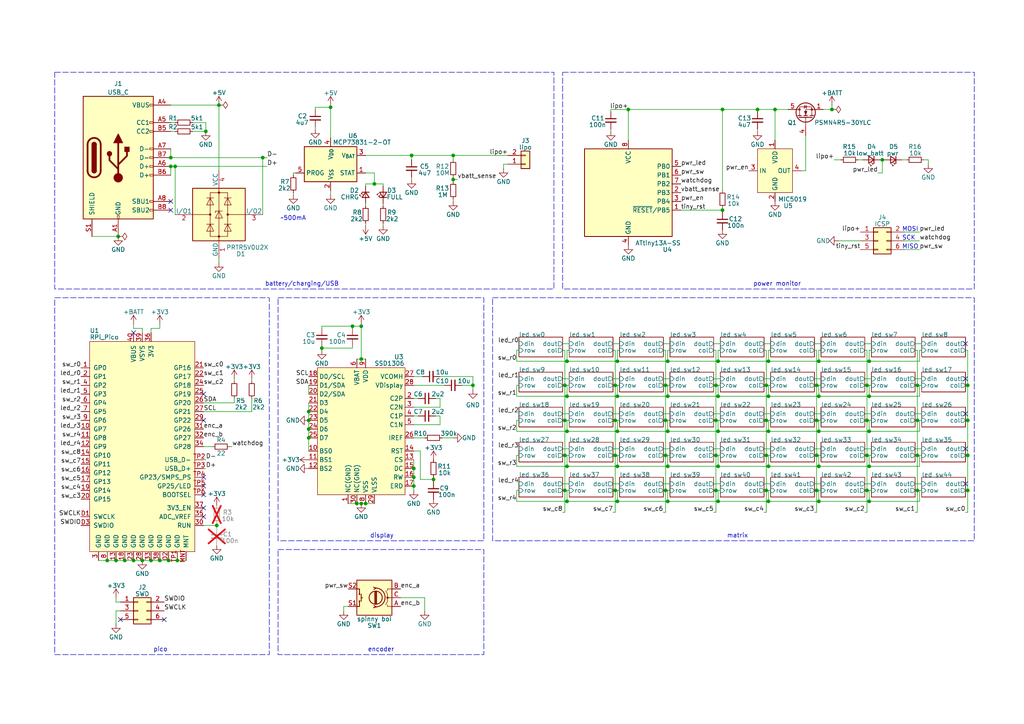
<source format=kicad_sch>
(kicad_sch (version 20230121) (generator eeschema)
  (paper "A4")
  (junction (at 222.25 142.24))
  (junction (at 120.015 140.97))
  (junction (at 251.46 111.76))
  (junction (at 51.435 162.56))
  (junction (at 163.83 111.76))
  (junction (at 236.855 132.08))
  (junction (at 237.49 135.255))
  (junction (at 108.585 53.34))
  (junction (at 34.29 68.58))
  (junction (at 222.25 132.08))
  (junction (at 224.79 31.75))
  (junction (at 251.46 121.92))
  (junction (at 48.895 162.56))
  (junction (at 178.435 142.24))
  (junction (at 164.465 114.935))
  (junction (at 76.2 45.72))
  (junction (at 222.885 145.415))
  (junction (at 207.645 132.08))
  (junction (at 208.28 104.775))
  (junction (at 237.49 104.775))
  (junction (at 178.435 132.08))
  (junction (at 222.25 111.76))
  (junction (at 182.245 31.75))
  (junction (at 89.535 124.46))
  (junction (at 104.775 94.615))
  (junction (at 137.16 111.76))
  (junction (at 208.28 125.095))
  (junction (at 241.3 31.75))
  (junction (at 280.67 132.08))
  (junction (at 266.065 132.08))
  (junction (at 33.655 162.56))
  (junction (at 93.345 100.965))
  (junction (at 63.5 30.48))
  (junction (at 193.675 104.775))
  (junction (at 106.045 146.05))
  (junction (at 43.815 162.56))
  (junction (at 36.195 162.56))
  (junction (at 104.775 104.14))
  (junction (at 193.04 121.92))
  (junction (at 252.095 135.255))
  (junction (at 46.355 162.56))
  (junction (at 164.465 135.255))
  (junction (at 236.855 142.24))
  (junction (at 252.095 125.095))
  (junction (at 179.07 125.095))
  (junction (at 89.535 119.38))
  (junction (at 164.465 125.095))
  (junction (at 41.275 162.56))
  (junction (at 163.83 132.08))
  (junction (at 103.505 146.05))
  (junction (at 237.49 145.415))
  (junction (at 222.25 121.92))
  (junction (at 89.535 121.92))
  (junction (at 222.885 125.095))
  (junction (at 179.07 114.935))
  (junction (at 208.28 145.415))
  (junction (at 179.07 145.415))
  (junction (at 120.015 135.89))
  (junction (at 193.04 142.24))
  (junction (at 252.095 114.935))
  (junction (at 164.465 104.775))
  (junction (at 222.885 135.255))
  (junction (at 266.065 142.24))
  (junction (at 251.46 132.08))
  (junction (at 208.28 114.935))
  (junction (at 89.535 127))
  (junction (at 59.69 38.1))
  (junction (at 193.675 114.935))
  (junction (at 209.55 31.75))
  (junction (at 120.015 138.43))
  (junction (at 49.53 45.72))
  (junction (at 119.38 45.085))
  (junction (at 102.235 94.615))
  (junction (at 208.28 135.255))
  (junction (at 193.675 145.415))
  (junction (at 179.07 104.775))
  (junction (at 38.735 162.56))
  (junction (at 207.645 121.92))
  (junction (at 164.465 145.415))
  (junction (at 266.065 121.92))
  (junction (at 125.73 139.065))
  (junction (at 50.8 48.26))
  (junction (at 280.67 121.92))
  (junction (at 236.855 121.92))
  (junction (at 179.07 135.255))
  (junction (at 209.55 60.96))
  (junction (at 222.885 104.775))
  (junction (at 62.865 152.4))
  (junction (at 131.445 45.085))
  (junction (at 252.095 145.415))
  (junction (at 104.775 146.05))
  (junction (at 193.04 132.08))
  (junction (at 251.46 142.24))
  (junction (at 193.675 125.095))
  (junction (at 280.67 142.24))
  (junction (at 222.885 114.935))
  (junction (at 236.855 111.76))
  (junction (at 255.905 46.355))
  (junction (at 207.645 142.24))
  (junction (at 163.83 121.92))
  (junction (at 95.885 31.115))
  (junction (at 31.115 162.56))
  (junction (at 252.095 104.775))
  (junction (at 178.435 111.76))
  (junction (at 237.49 114.935))
  (junction (at 178.435 121.92))
  (junction (at 193.675 135.255))
  (junction (at 266.065 111.76))
  (junction (at 49.53 48.26))
  (junction (at 219.71 31.75))
  (junction (at 131.445 52.07))
  (junction (at 163.83 142.24))
  (junction (at 280.67 111.76))
  (junction (at 237.49 125.095))
  (junction (at 193.04 111.76))
  (junction (at 207.645 111.76))
  (no_connect (at 38.735 96.52))
  (no_connect (at 59.055 138.43))
  (no_connect (at 280.035 130.175))
  (no_connect (at 49.53 60.96))
  (no_connect (at 59.055 147.32))
  (no_connect (at 34.925 179.705))
  (no_connect (at 59.055 140.97))
  (no_connect (at 280.035 140.335))
  (no_connect (at 280.035 99.695))
  (no_connect (at 47.625 179.705))
  (no_connect (at 280.035 109.855))
  (no_connect (at 280.035 120.015))
  (no_connect (at 59.055 143.51))
  (no_connect (at 59.055 114.3))
  (no_connect (at 49.53 58.42))
  (no_connect (at 59.055 149.86))
  (no_connect (at 59.055 121.92))
  (wire (pts (xy 121.92 130.81) (xy 121.92 139.065)))
  (wire (pts (xy 51.435 162.56) (xy 53.975 162.56)))
  (wire (pts (xy 177.8 109.855) (xy 179.705 109.855)))
  (wire (pts (xy 164.465 125.095) (xy 164.465 121.92)))
  (wire (pts (xy 63.5 74.93) (xy 63.5 76.2)))
  (wire (pts (xy 149.86 145.415) (xy 164.465 145.415)))
  (wire (pts (xy 120.015 127) (xy 123.19 127)))
  (wire (pts (xy 265.43 111.76) (xy 266.065 111.76)))
  (wire (pts (xy 222.885 125.095) (xy 237.49 125.095)))
  (wire (pts (xy 250.825 109.855) (xy 252.73 109.855)))
  (wire (pts (xy 177.8 111.76) (xy 178.435 111.76)))
  (wire (pts (xy 163.83 111.76) (xy 163.195 111.76)))
  (wire (pts (xy 123.19 173.355) (xy 116.205 173.355)))
  (wire (pts (xy 120.015 140.97) (xy 120.015 138.43)))
  (wire (pts (xy 99.695 177.165) (xy 99.695 175.895)))
  (wire (pts (xy 146.05 47.625) (xy 146.05 48.895)))
  (wire (pts (xy 280.035 111.76) (xy 280.67 111.76)))
  (wire (pts (xy 163.195 120.015) (xy 165.1 120.015)))
  (wire (pts (xy 106.045 146.05) (xy 108.585 146.05)))
  (wire (pts (xy 280.67 148.59) (xy 280.67 142.24)))
  (wire (pts (xy 252.73 111.76) (xy 252.095 111.76)))
  (wire (pts (xy 147.32 47.625) (xy 146.05 47.625)))
  (wire (pts (xy 89.535 111.76) (xy 89.535 114.3)))
  (wire (pts (xy 280.035 121.92) (xy 280.67 121.92)))
  (wire (pts (xy 127.635 109.22) (xy 137.16 109.22)))
  (wire (pts (xy 164.465 111.76) (xy 165.1 111.76)))
  (wire (pts (xy 59.69 135.89) (xy 59.055 135.89)))
  (wire (pts (xy 222.25 121.92) (xy 222.25 132.08)))
  (wire (pts (xy 208.28 121.92) (xy 208.28 125.095)))
  (wire (pts (xy 208.915 142.24) (xy 208.28 142.24)))
  (wire (pts (xy 194.31 142.24) (xy 193.675 142.24)))
  (wire (pts (xy 178.435 101.6) (xy 178.435 111.76)))
  (wire (pts (xy 163.195 142.24) (xy 163.83 142.24)))
  (wire (pts (xy 91.44 31.75) (xy 91.44 31.115)))
  (wire (pts (xy 209.55 31.75) (xy 209.55 55.245)))
  (wire (pts (xy 237.49 101.6) (xy 237.49 104.775)))
  (wire (pts (xy 208.28 142.24) (xy 208.28 145.415)))
  (wire (pts (xy 91.44 31.115) (xy 95.885 31.115)))
  (wire (pts (xy 207.01 140.335) (xy 208.915 140.335)))
  (wire (pts (xy 193.675 142.24) (xy 193.675 145.415)))
  (wire (pts (xy 221.615 130.175) (xy 223.52 130.175)))
  (wire (pts (xy 149.86 104.775) (xy 164.465 104.775)))
  (wire (pts (xy 236.22 121.92) (xy 236.855 121.92)))
  (wire (pts (xy 236.22 109.855) (xy 238.125 109.855)))
  (wire (pts (xy 119.38 51.435) (xy 119.38 52.07)))
  (wire (pts (xy 106.045 64.77) (xy 106.045 65.405)))
  (wire (pts (xy 33.655 177.165) (xy 34.925 177.165)))
  (wire (pts (xy 131.445 52.07) (xy 131.445 52.705)))
  (wire (pts (xy 62.865 152.4) (xy 62.865 153.035)))
  (wire (pts (xy 236.22 99.695) (xy 238.125 99.695)))
  (wire (pts (xy 280.035 148.59) (xy 280.67 148.59)))
  (wire (pts (xy 207.645 132.08) (xy 207.645 142.24)))
  (wire (pts (xy 252.095 104.775) (xy 266.7 104.775)))
  (wire (pts (xy 207.01 148.59) (xy 207.645 148.59)))
  (wire (pts (xy 120.015 138.43) (xy 120.015 135.89)))
  (wire (pts (xy 192.405 121.92) (xy 193.04 121.92)))
  (wire (pts (xy 179.705 101.6) (xy 179.07 101.6)))
  (wire (pts (xy 255.905 46.355) (xy 256.54 46.355)))
  (wire (pts (xy 266.7 132.08) (xy 267.335 132.08)))
  (wire (pts (xy 33.655 162.56) (xy 36.195 162.56)))
  (wire (pts (xy 163.83 101.6) (xy 163.195 101.6)))
  (wire (pts (xy 207.645 148.59) (xy 207.645 142.24)))
  (wire (pts (xy 133.985 111.76) (xy 137.16 111.76)))
  (wire (pts (xy 193.04 142.24) (xy 192.405 142.24)))
  (wire (pts (xy 192.405 130.175) (xy 194.31 130.175)))
  (wire (pts (xy 236.22 111.76) (xy 236.855 111.76)))
  (wire (pts (xy 149.86 101.6) (xy 149.86 104.775)))
  (wire (pts (xy 76.2 45.72) (xy 77.47 45.72)))
  (wire (pts (xy 233.68 49.53) (xy 232.41 49.53)))
  (wire (pts (xy 251.46 142.24) (xy 250.825 142.24)))
  (wire (pts (xy 266.7 111.76) (xy 267.335 111.76)))
  (wire (pts (xy 137.16 111.76) (xy 137.16 113.03)))
  (wire (pts (xy 280.67 121.92) (xy 280.67 132.08)))
  (wire (pts (xy 207.645 111.76) (xy 207.645 121.92)))
  (wire (pts (xy 149.86 114.935) (xy 164.465 114.935)))
  (wire (pts (xy 208.28 125.095) (xy 222.885 125.095)))
  (wire (pts (xy 49.53 45.72) (xy 76.2 45.72)))
  (wire (pts (xy 119.38 45.085) (xy 131.445 45.085)))
  (wire (pts (xy 224.79 31.75) (xy 228.6 31.75)))
  (wire (pts (xy 265.43 148.59) (xy 266.065 148.59)))
  (wire (pts (xy 250.825 140.335) (xy 252.73 140.335)))
  (wire (pts (xy 179.07 132.08) (xy 179.07 135.255)))
  (wire (pts (xy 254.635 50.165) (xy 255.905 50.165)))
  (wire (pts (xy 208.915 101.6) (xy 208.28 101.6)))
  (wire (pts (xy 41.275 162.56) (xy 43.815 162.56)))
  (wire (pts (xy 131.445 45.085) (xy 131.445 46.355)))
  (wire (pts (xy 62.865 151.765) (xy 62.865 152.4)))
  (wire (pts (xy 250.825 111.76) (xy 251.46 111.76)))
  (wire (pts (xy 163.83 142.24) (xy 163.83 132.08)))
  (wire (pts (xy 33.655 174.625) (xy 34.925 174.625)))
  (wire (pts (xy 150.495 101.6) (xy 149.86 101.6)))
  (wire (pts (xy 236.22 120.015) (xy 238.125 120.015)))
  (wire (pts (xy 236.855 111.76) (xy 236.855 121.92)))
  (wire (pts (xy 149.86 121.92) (xy 149.86 125.095)))
  (wire (pts (xy 106.045 45.085) (xy 119.38 45.085)))
  (wire (pts (xy 48.895 162.56) (xy 51.435 162.56)))
  (wire (pts (xy 255.27 46.355) (xy 255.905 46.355)))
  (wire (pts (xy 236.855 101.6) (xy 236.855 111.76)))
  (wire (pts (xy 237.49 104.775) (xy 252.095 104.775)))
  (wire (pts (xy 193.675 125.095) (xy 208.28 125.095)))
  (wire (pts (xy 241.3 31.75) (xy 241.3 30.48)))
  (wire (pts (xy 89.535 124.46) (xy 89.535 127)))
  (wire (pts (xy 208.915 111.76) (xy 208.28 111.76)))
  (wire (pts (xy 177.165 37.465) (xy 177.165 38.1)))
  (wire (pts (xy 131.445 57.785) (xy 131.445 58.42)))
  (wire (pts (xy 238.76 31.75) (xy 241.3 31.75)))
  (wire (pts (xy 237.49 132.08) (xy 237.49 135.255)))
  (wire (pts (xy 236.855 132.08) (xy 236.855 142.24)))
  (wire (pts (xy 164.465 142.24) (xy 165.1 142.24)))
  (wire (pts (xy 164.465 114.935) (xy 179.07 114.935)))
  (wire (pts (xy 179.07 142.24) (xy 179.07 145.415)))
  (wire (pts (xy 222.885 142.24) (xy 222.885 145.415)))
  (wire (pts (xy 179.07 121.92) (xy 179.07 125.095)))
  (wire (pts (xy 266.7 104.775) (xy 266.7 101.6)))
  (wire (pts (xy 223.52 132.08) (xy 222.885 132.08)))
  (wire (pts (xy 238.125 101.6) (xy 237.49 101.6)))
  (wire (pts (xy 223.52 101.6) (xy 222.885 101.6)))
  (wire (pts (xy 208.28 135.255) (xy 222.885 135.255)))
  (wire (pts (xy 208.28 114.935) (xy 222.885 114.935)))
  (wire (pts (xy 251.46 101.6) (xy 251.46 111.76)))
  (wire (pts (xy 192.405 140.335) (xy 194.31 140.335)))
  (wire (pts (xy 252.73 101.6) (xy 252.095 101.6)))
  (wire (pts (xy 194.31 132.08) (xy 193.675 132.08)))
  (wire (pts (xy 266.065 142.24) (xy 265.43 142.24)))
  (wire (pts (xy 179.705 111.76) (xy 179.07 111.76)))
  (wire (pts (xy 250.825 148.59) (xy 251.46 148.59)))
  (wire (pts (xy 149.86 111.76) (xy 149.86 114.935)))
  (wire (pts (xy 221.615 101.6) (xy 222.25 101.6)))
  (wire (pts (xy 163.83 132.08) (xy 163.195 132.08)))
  (wire (pts (xy 280.035 132.08) (xy 280.67 132.08)))
  (wire (pts (xy 177.8 101.6) (xy 178.435 101.6)))
  (wire (pts (xy 197.485 60.96) (xy 209.55 60.96)))
  (wire (pts (xy 67.945 109.855) (xy 67.945 110.49)))
  (wire (pts (xy 163.83 121.92) (xy 163.195 121.92)))
  (wire (pts (xy 179.705 121.92) (xy 179.07 121.92)))
  (wire (pts (xy 164.465 132.08) (xy 165.1 132.08)))
  (wire (pts (xy 222.885 104.775) (xy 237.49 104.775)))
  (wire (pts (xy 261.62 46.355) (xy 262.89 46.355)))
  (wire (pts (xy 93.345 100.965) (xy 102.235 100.965)))
  (wire (pts (xy 126.365 115.57) (xy 127.635 115.57)))
  (wire (pts (xy 164.465 135.255) (xy 179.07 135.255)))
  (wire (pts (xy 250.825 120.015) (xy 252.73 120.015)))
  (wire (pts (xy 177.165 32.385) (xy 177.165 31.75)))
  (wire (pts (xy 265.43 109.855) (xy 267.335 109.855)))
  (wire (pts (xy 193.675 114.935) (xy 208.28 114.935)))
  (wire (pts (xy 266.065 111.76) (xy 266.065 121.92)))
  (wire (pts (xy 193.675 121.92) (xy 193.675 125.095)))
  (wire (pts (xy 89.535 127) (xy 89.535 130.81)))
  (wire (pts (xy 221.615 121.92) (xy 222.25 121.92)))
  (wire (pts (xy 265.43 132.08) (xy 266.065 132.08)))
  (wire (pts (xy 193.04 111.76) (xy 193.04 121.92)))
  (wire (pts (xy 163.83 121.92) (xy 163.83 111.76)))
  (wire (pts (xy 177.8 148.59) (xy 178.435 148.59)))
  (wire (pts (xy 193.04 101.6) (xy 193.04 111.76)))
  (wire (pts (xy 106.045 53.34) (xy 108.585 53.34)))
  (wire (pts (xy 89.535 116.84) (xy 89.535 119.38)))
  (wire (pts (xy 93.345 100.33) (xy 93.345 100.965)))
  (wire (pts (xy 266.7 101.6) (xy 267.335 101.6)))
  (wire (pts (xy 222.25 101.6) (xy 222.25 111.76)))
  (wire (pts (xy 237.49 125.095) (xy 252.095 125.095)))
  (wire (pts (xy 280.035 142.24) (xy 280.67 142.24)))
  (wire (pts (xy 223.52 121.92) (xy 222.885 121.92)))
  (wire (pts (xy 59.055 116.84) (xy 67.945 116.84)))
  (wire (pts (xy 207.01 99.695) (xy 208.915 99.695)))
  (wire (pts (xy 265.43 120.015) (xy 267.335 120.015)))
  (wire (pts (xy 193.675 135.255) (xy 208.28 135.255)))
  (wire (pts (xy 177.8 120.015) (xy 179.705 120.015)))
  (wire (pts (xy 178.435 148.59) (xy 178.435 142.24)))
  (wire (pts (xy 163.83 148.59) (xy 163.83 142.24)))
  (wire (pts (xy 252.73 121.92) (xy 252.095 121.92)))
  (wire (pts (xy 208.915 121.92) (xy 208.28 121.92)))
  (wire (pts (xy 265.43 99.695) (xy 267.335 99.695)))
  (wire (pts (xy 43.815 95.25) (xy 43.815 96.52)))
  (wire (pts (xy 104.775 104.14) (xy 106.045 104.14)))
  (wire (pts (xy 46.355 95.25) (xy 43.815 95.25)))
  (wire (pts (xy 150.495 142.24) (xy 149.86 142.24)))
  (wire (pts (xy 63.5 30.48) (xy 63.5 49.53)))
  (wire (pts (xy 31.115 162.56) (xy 33.655 162.56)))
  (wire (pts (xy 102.235 94.615) (xy 104.775 94.615)))
  (wire (pts (xy 59.055 129.54) (xy 61.595 129.54)))
  (wire (pts (xy 266.065 121.92) (xy 266.065 132.08)))
  (wire (pts (xy 236.22 132.08) (xy 236.855 132.08)))
  (wire (pts (xy 209.55 60.96) (xy 209.55 61.595)))
  (wire (pts (xy 266.7 69.85) (xy 262.255 69.85)))
  (wire (pts (xy 222.885 111.76) (xy 222.885 114.935)))
  (wire (pts (xy 95.885 30.48) (xy 95.885 31.115)))
  (wire (pts (xy 207.01 121.92) (xy 207.645 121.92)))
  (wire (pts (xy 219.71 37.465) (xy 219.71 38.1)))
  (wire (pts (xy 237.49 114.935) (xy 252.095 114.935)))
  (wire (pts (xy 177.8 130.175) (xy 179.705 130.175)))
  (wire (pts (xy 164.465 114.935) (xy 164.465 111.76)))
  (wire (pts (xy 252.095 114.935) (xy 266.7 114.935)))
  (wire (pts (xy 207.01 130.175) (xy 208.915 130.175)))
  (wire (pts (xy 125.73 139.065) (xy 125.73 139.7)))
  (wire (pts (xy 106.045 53.975) (xy 106.045 53.34)))
  (wire (pts (xy 250.825 101.6) (xy 251.46 101.6)))
  (wire (pts (xy 265.43 130.175) (xy 267.335 130.175)))
  (wire (pts (xy 236.22 148.59) (xy 236.855 148.59)))
  (wire (pts (xy 193.675 104.775) (xy 208.28 104.775)))
  (wire (pts (xy 224.79 31.75) (xy 224.79 40.64)))
  (wire (pts (xy 163.195 109.855) (xy 165.1 109.855)))
  (wire (pts (xy 236.22 101.6) (xy 236.855 101.6)))
  (wire (pts (xy 222.885 114.935) (xy 237.49 114.935)))
  (wire (pts (xy 104.775 93.98) (xy 104.775 94.615)))
  (wire (pts (xy 93.345 100.965) (xy 93.345 101.6)))
  (wire (pts (xy 164.465 104.775) (xy 179.07 104.775)))
  (wire (pts (xy 221.615 111.76) (xy 222.25 111.76)))
  (wire (pts (xy 237.49 145.415) (xy 252.095 145.415)))
  (wire (pts (xy 252.73 132.08) (xy 252.095 132.08)))
  (wire (pts (xy 179.07 111.76) (xy 179.07 114.935)))
  (wire (pts (xy 120.015 135.89) (xy 120.015 133.35)))
  (wire (pts (xy 128.27 127) (xy 131.445 127)))
  (wire (pts (xy 163.83 111.76) (xy 163.83 101.6)))
  (wire (pts (xy 237.49 121.92) (xy 237.49 125.095)))
  (wire (pts (xy 193.675 111.76) (xy 193.675 114.935)))
  (wire (pts (xy 222.25 111.76) (xy 222.25 121.92)))
  (wire (pts (xy 49.53 48.26) (xy 50.8 48.26)))
  (wire (pts (xy 194.31 111.76) (xy 193.675 111.76)))
  (wire (pts (xy 120.015 123.19) (xy 127.635 123.19)))
  (wire (pts (xy 207.645 142.24) (xy 207.01 142.24)))
  (wire (pts (xy 266.065 132.08) (xy 266.065 142.24)))
  (wire (pts (xy 265.43 101.6) (xy 266.065 101.6)))
  (wire (pts (xy 163.195 148.59) (xy 163.83 148.59)))
  (wire (pts (xy 179.07 114.935) (xy 193.675 114.935)))
  (wire (pts (xy 233.68 39.37) (xy 233.68 49.53)))
  (wire (pts (xy 49.53 38.1) (xy 50.8 38.1)))
  (wire (pts (xy 192.405 120.015) (xy 194.31 120.015)))
  (wire (pts (xy 178.435 132.08) (xy 178.435 142.24)))
  (wire (pts (xy 59.69 133.35) (xy 59.055 133.35)))
  (wire (pts (xy 131.445 45.085) (xy 147.32 45.085)))
  (wire (pts (xy 102.235 94.615) (xy 102.235 95.25)))
  (wire (pts (xy 222.25 148.59) (xy 222.25 142.24)))
  (wire (pts (xy 43.815 162.56) (xy 46.355 162.56)))
  (wire (pts (xy 207.01 109.855) (xy 208.915 109.855)))
  (wire (pts (xy 164.465 104.775) (xy 164.465 101.6)))
  (wire (pts (xy 104.775 94.615) (xy 104.775 104.14)))
  (wire (pts (xy 38.735 162.56) (xy 41.275 162.56)))
  (wire (pts (xy 192.405 111.76) (xy 193.04 111.76)))
  (wire (pts (xy 46.355 93.98) (xy 46.355 95.25)))
  (wire (pts (xy 193.04 121.92) (xy 193.04 132.08)))
  (wire (pts (xy 250.825 130.175) (xy 252.73 130.175)))
  (wire (pts (xy 192.405 99.695) (xy 194.31 99.695)))
  (wire (pts (xy 178.435 121.92) (xy 178.435 132.08)))
  (wire (pts (xy 266.7 145.415) (xy 266.7 142.24)))
  (wire (pts (xy 164.465 101.6) (xy 165.1 101.6)))
  (wire (pts (xy 33.655 173.355) (xy 33.655 174.625)))
  (wire (pts (xy 120.015 120.65) (xy 121.285 120.65)))
  (wire (pts (xy 251.46 111.76) (xy 251.46 121.92)))
  (wire (pts (xy 95.885 31.115) (xy 95.885 40.005)))
  (wire (pts (xy 237.49 135.255) (xy 252.095 135.255)))
  (wire (pts (xy 207.01 101.6) (xy 207.645 101.6)))
  (wire (pts (xy 59.69 35.56) (xy 59.69 38.1)))
  (wire (pts (xy 252.095 135.255) (xy 266.7 135.255)))
  (wire (pts (xy 100.965 146.05) (xy 103.505 146.05)))
  (wire (pts (xy 59.69 38.1) (xy 55.88 38.1)))
  (wire (pts (xy 266.7 121.92) (xy 267.335 121.92)))
  (wire (pts (xy 179.705 142.24) (xy 179.07 142.24)))
  (wire (pts (xy 280.67 111.76) (xy 280.67 121.92)))
  (wire (pts (xy 120.015 109.22) (xy 122.555 109.22)))
  (wire (pts (xy 163.195 130.175) (xy 165.1 130.175)))
  (wire (pts (xy 223.52 142.24) (xy 222.885 142.24)))
  (wire (pts (xy 243.205 69.85) (xy 249.555 69.85)))
  (wire (pts (xy 103.505 104.14) (xy 104.775 104.14)))
  (wire (pts (xy 177.8 99.695) (xy 179.705 99.695)))
  (wire (pts (xy 178.435 111.76) (xy 178.435 121.92)))
  (wire (pts (xy 85.09 50.165) (xy 85.725 50.165)))
  (wire (pts (xy 49.53 48.26) (xy 49.53 50.8)))
  (wire (pts (xy 219.71 31.75) (xy 224.79 31.75)))
  (wire (pts (xy 252.095 132.08) (xy 252.095 135.255)))
  (wire (pts (xy 208.28 101.6) (xy 208.28 104.775)))
  (wire (pts (xy 221.615 132.08) (xy 222.25 132.08)))
  (wire (pts (xy 252.095 111.76) (xy 252.095 114.935)))
  (wire (pts (xy 236.855 142.24) (xy 236.22 142.24)))
  (wire (pts (xy 93.345 95.25) (xy 93.345 94.615)))
  (wire (pts (xy 193.675 101.6) (xy 193.675 104.775)))
  (wire (pts (xy 194.31 101.6) (xy 193.675 101.6)))
  (wire (pts (xy 222.885 145.415) (xy 237.49 145.415)))
  (wire (pts (xy 207.645 121.92) (xy 207.645 132.08)))
  (wire (pts (xy 111.125 59.055) (xy 111.125 59.69)))
  (wire (pts (xy 33.655 180.975) (xy 33.655 177.165)))
  (wire (pts (xy 280.035 101.6) (xy 280.67 101.6)))
  (wire (pts (xy 179.07 104.775) (xy 193.675 104.775)))
  (wire (pts (xy 149.86 142.24) (xy 149.86 145.415)))
  (wire (pts (xy 266.7 72.39) (xy 262.255 72.39)))
  (wire (pts (xy 149.86 135.255) (xy 164.465 135.255)))
  (wire (pts (xy 179.705 132.08) (xy 179.07 132.08)))
  (wire (pts (xy 208.915 132.08) (xy 208.28 132.08)))
  (wire (pts (xy 209.55 31.75) (xy 219.71 31.75)))
  (wire (pts (xy 237.49 111.76) (xy 237.49 114.935)))
  (wire (pts (xy 252.095 101.6) (xy 252.095 104.775)))
  (wire (pts (xy 73.025 119.38) (xy 73.025 115.57)))
  (wire (pts (xy 150.495 111.76) (xy 149.86 111.76)))
  (wire (pts (xy 250.825 132.08) (xy 251.46 132.08)))
  (wire (pts (xy 179.07 135.255) (xy 193.675 135.255)))
  (wire (pts (xy 49.53 35.56) (xy 50.8 35.56)))
  (wire (pts (xy 238.125 142.24) (xy 237.49 142.24)))
  (wire (pts (xy 177.8 121.92) (xy 178.435 121.92)))
  (wire (pts (xy 46.355 162.56) (xy 48.895 162.56)))
  (wire (pts (xy 108.585 53.34) (xy 108.585 50.165)))
  (wire (pts (xy 222.25 132.08) (xy 222.25 142.24)))
  (wire (pts (xy 178.435 142.24) (xy 177.8 142.24)))
  (wire (pts (xy 150.495 132.08) (xy 149.86 132.08)))
  (wire (pts (xy 252.095 145.415) (xy 266.7 145.415)))
  (wire (pts (xy 248.92 46.355) (xy 250.19 46.355)))
  (wire (pts (xy 179.07 145.415) (xy 193.675 145.415)))
  (wire (pts (xy 111.125 53.34) (xy 111.125 53.975)))
  (wire (pts (xy 265.43 121.92) (xy 266.065 121.92)))
  (wire (pts (xy 207.01 111.76) (xy 207.645 111.76)))
  (wire (pts (xy 221.615 148.59) (xy 222.25 148.59)))
  (wire (pts (xy 131.445 52.07) (xy 132.715 52.07)))
  (wire (pts (xy 111.125 64.77) (xy 111.125 65.405)))
  (wire (pts (xy 150.495 121.92) (xy 149.86 121.92)))
  (wire (pts (xy 193.675 145.415) (xy 208.28 145.415)))
  (wire (pts (xy 266.065 148.59) (xy 266.065 142.24)))
  (wire (pts (xy 26.67 68.58) (xy 34.29 68.58)))
  (wire (pts (xy 208.28 104.775) (xy 222.885 104.775)))
  (wire (pts (xy 251.46 121.92) (xy 251.46 132.08)))
  (wire (pts (xy 192.405 109.855) (xy 194.31 109.855)))
  (wire (pts (xy 267.97 46.355) (xy 269.24 46.355)))
  (wire (pts (xy 251.46 148.59) (xy 251.46 142.24)))
  (wire (pts (xy 207.01 120.015) (xy 208.915 120.015)))
  (wire (pts (xy 192.405 132.08) (xy 193.04 132.08)))
  (wire (pts (xy 192.405 148.59) (xy 193.04 148.59)))
  (wire (pts (xy 120.015 118.11) (xy 127.635 118.11)))
  (wire (pts (xy 252.73 142.24) (xy 252.095 142.24)))
  (wire (pts (xy 89.535 119.38) (xy 89.535 121.92)))
  (wire (pts (xy 49.53 43.18) (xy 49.53 45.72)))
  (wire (pts (xy 164.465 125.095) (xy 179.07 125.095)))
  (wire (pts (xy 163.83 132.08) (xy 163.83 121.92)))
  (wire (pts (xy 236.22 130.175) (xy 238.125 130.175)))
  (wire (pts (xy 149.86 132.08) (xy 149.86 135.255)))
  (wire (pts (xy 208.28 132.08) (xy 208.28 135.255)))
  (wire (pts (xy 67.945 116.84) (xy 67.945 115.57)))
  (wire (pts (xy 251.46 132.08) (xy 251.46 142.24)))
  (wire (pts (xy 222.885 132.08) (xy 222.885 135.255)))
  (wire (pts (xy 177.8 132.08) (xy 178.435 132.08)))
  (wire (pts (xy 164.465 135.255) (xy 164.465 132.08)))
  (wire (pts (xy 89.535 121.92) (xy 89.535 124.46)))
  (wire (pts (xy 266.065 101.6) (xy 266.065 111.76)))
  (wire (pts (xy 221.615 109.855) (xy 223.52 109.855)))
  (wire (pts (xy 221.615 142.24) (xy 222.25 142.24)))
  (wire (pts (xy 266.7 125.095) (xy 266.7 121.92)))
  (wire (pts (xy 120.015 130.81) (xy 121.92 130.81)))
  (wire (pts (xy 266.7 114.935) (xy 266.7 111.76)))
  (wire (pts (xy 179.07 125.095) (xy 193.675 125.095)))
  (wire (pts (xy 121.92 139.065) (xy 125.73 139.065)))
  (wire (pts (xy 95.885 55.245) (xy 95.885 56.515)))
  (wire (pts (xy 209.55 60.96) (xy 209.55 60.325)))
  (wire (pts (xy 137.16 109.22) (xy 137.16 111.76)))
  (wire (pts (xy 238.125 132.08) (xy 237.49 132.08)))
  (wire (pts (xy 73.025 109.855) (xy 73.025 110.49)))
  (wire (pts (xy 221.615 140.335) (xy 223.52 140.335)))
  (wire (pts (xy 164.465 145.415) (xy 179.07 145.415)))
  (wire (pts (xy 255.905 46.355) (xy 255.905 50.165)))
  (wire (pts (xy 106.045 59.055) (xy 106.045 59.69)))
  (wire (pts (xy 85.09 50.8) (xy 85.09 50.165)))
  (wire (pts (xy 194.31 121.92) (xy 193.675 121.92)))
  (wire (pts (xy 266.7 142.24) (xy 267.335 142.24)))
  (wire (pts (xy 193.04 132.08) (xy 193.04 142.24)))
  (wire (pts (xy 266.7 135.255) (xy 266.7 132.08)))
  (wire (pts (xy 223.52 111.76) (xy 222.885 111.76)))
  (wire (pts (xy 236.22 140.335) (xy 238.125 140.335)))
  (wire (pts (xy 252.095 121.92) (xy 252.095 125.095)))
  (wire (pts (xy 67.31 129.54) (xy 66.675 129.54)))
  (wire (pts (xy 252.095 125.095) (xy 266.7 125.095)))
  (wire (pts (xy 208.28 145.415) (xy 222.885 145.415)))
  (wire (pts (xy 193.675 132.08) (xy 193.675 135.255)))
  (wire (pts (xy 266.7 67.31) (xy 262.255 67.31)))
  (wire (pts (xy 120.015 142.24) (xy 120.015 140.97)))
  (wire (pts (xy 28.575 162.56) (xy 31.115 162.56)))
  (wire (pts (xy 49.53 30.48) (xy 63.5 30.48)))
  (wire (pts (xy 238.125 121.92) (xy 237.49 121.92)))
  (wire (pts (xy 241.935 46.355) (xy 243.84 46.355)))
  (wire (pts (xy 222.885 135.255) (xy 237.49 135.255)))
  (wire (pts (xy 163.195 140.335) (xy 165.1 140.335)))
  (wire (pts (xy 41.275 95.25) (xy 41.275 96.52)))
  (wire (pts (xy 207.645 101.6) (xy 207.645 111.76)))
  (wire (pts (xy 221.615 99.695) (xy 223.52 99.695)))
  (wire (pts (xy 280.67 132.08) (xy 280.67 142.24)))
  (wire (pts (xy 103.505 146.05) (xy 104.775 146.05)))
  (wire (pts (xy 177.165 31.75) (xy 182.245 31.75)))
  (wire (pts (xy 193.04 148.59) (xy 193.04 142.24)))
  (wire (pts (xy 236.855 121.92) (xy 236.855 132.08)))
  (wire (pts (xy 164.465 121.92) (xy 165.1 121.92)))
  (wire (pts (xy 50.8 48.26) (xy 50.8 62.23)))
  (wire (pts (xy 149.86 125.095) (xy 164.465 125.095)))
  (wire (pts (xy 280.67 101.6) (xy 280.67 111.76)))
  (wire (pts (xy 177.8 140.335) (xy 179.705 140.335)))
  (wire (pts (xy 127.635 123.19) (xy 127.635 120.65)))
  (wire (pts (xy 104.775 146.05) (xy 106.045 146.05)))
  (wire (pts (xy 222.885 121.92) (xy 222.885 125.095)))
  (wire (pts (xy 91.44 36.83) (xy 91.44 37.465)))
  (wire (pts (xy 59.055 152.4) (xy 62.865 152.4)))
  (wire (pts (xy 207.01 132.08) (xy 207.645 132.08)))
  (wire (pts (xy 99.695 175.895) (xy 100.965 175.895)))
  (wire (pts (xy 192.405 101.6) (xy 193.04 101.6)))
  (wire (pts (xy 85.09 55.88) (xy 85.09 56.515)))
  (wire (pts (xy 59.055 119.38) (xy 73.025 119.38)))
  (wire (pts (xy 221.615 120.015) (xy 223.52 120.015)))
  (wire (pts (xy 219.71 32.385) (xy 219.71 31.75)))
  (wire (pts (xy 38.735 95.25) (xy 41.275 95.25)))
  (wire (pts (xy 125.73 138.43) (xy 125.73 139.065)))
  (wire (pts (xy 120.015 115.57) (xy 121.285 115.57)))
  (wire (pts (xy 250.825 99.695) (xy 252.73 99.695)))
  (wire (pts (xy 163.195 99.695) (xy 165.1 99.695)))
  (wire (pts (xy 182.245 31.75) (xy 209.55 31.75)))
  (wire (pts (xy 236.855 148.59) (xy 236.855 142.24)))
  (wire (pts (xy 123.19 177.165) (xy 123.19 173.355)))
  (wire (pts (xy 36.195 162.56) (xy 38.735 162.56)))
  (wire (pts (xy 93.345 94.615) (xy 102.235 94.615)))
  (wire (pts (xy 237.49 142.24) (xy 237.49 145.415)))
  (wire (pts (xy 252.095 142.24) (xy 252.095 145.415)))
  (wire (pts (xy 102.235 100.965) (xy 102.235 100.33)))
  (wire (pts (xy 131.445 51.435) (xy 131.445 52.07)))
  (wire (pts (xy 250.825 121.92) (xy 251.46 121.92)))
  (wire (pts (xy 127.635 115.57) (xy 127.635 118.11)))
  (wire (pts (xy 127.635 120.65) (xy 126.365 120.65)))
  (wire (pts (xy 119.38 45.085) (xy 119.38 46.355)))
  (wire (pts (xy 120.015 111.76) (xy 128.905 111.76)))
  (wire (pts (xy 108.585 53.34) (xy 111.125 53.34)))
  (wire (pts (xy 179.07 101.6) (xy 179.07 104.775)))
  (wire (pts (xy 50.8 48.26) (xy 77.47 48.26)))
  (wire (pts (xy 164.465 145.415) (xy 164.465 142.24)))
  (wire (pts (xy 108.585 50.165) (xy 106.045 50.165)))
  (wire (pts (xy 222.885 101.6) (xy 222.885 104.775)))
  (wire (pts (xy 238.125 111.76) (xy 237.49 111.76)))
  (wire (pts (xy 208.28 111.76) (xy 208.28 114.935)))
  (wire (pts (xy 269.24 46.355) (xy 269.24 47.625)))
  (wire (pts (xy 265.43 140.335) (xy 267.335 140.335)))
  (wire (pts (xy 38.735 93.98) (xy 38.735 95.25)))
  (wire (pts (xy 182.245 31.75) (xy 182.245 40.64)))
  (wire (pts (xy 76.2 45.72) (xy 76.2 62.23)))
  (wire (pts (xy 55.88 35.56) (xy 59.69 35.56)))
  (rectangle (start 80.645 86.36) (end 140.335 156.845) (stroke (width 0) (type dash)))
  (rectangle (start 163.195 20.955) (end 282.575 83.82) (stroke (width 0) (type dash)))
  (rectangle (start 80.645 159.385) (end 140.335 189.865) (stroke (width 0) (type dash)))
  (rectangle (start 15.875 86.36) (end 78.105 189.865) (stroke (width 0) (type dash)))
  (rectangle (start 15.875 20.955) (end 160.655 83.82) (stroke (width 0) (type dash)))
  (rectangle (start 142.875 86.36) (end 282.575 156.845) (stroke (width 0) (type dash)))
  (text "display" (at 107.315 156.21 0) (effects (font (size 1.27 1.27)) (justify left bottom)))
  (text "SCK" (at 261.62 69.85 0) (effects (font (size 1.27 1.27)) (justify left bottom)))
  (text "power monitor" (at 218.44 83.185 0) (effects (font (size 1.27 1.27)) (justify left bottom)))
  (text "battery/charging/USB" (at 76.835 83.185 0) (effects (font (size 1.27 1.27)) (justify left bottom)))
  (text "matrix" (at 210.82 156.21 0) (effects (font (size 1.27 1.27)) (justify left bottom)))
  (text "~500mA" (at 81.28 64.135 0) (effects (font (size 1.27 1.27)) (justify left bottom)))
  (text "encoder" (at 106.68 189.23 0) (effects (font (size 1.27 1.27)) (justify left bottom)))
  (text "MOSI" (at 261.62 67.31 0) (effects (font (size 1.27 1.27)) (justify left bottom)))
  (text "pico" (at 44.45 189.23 0) (effects (font (size 1.27 1.27)) (justify left bottom)))
  (text "MISO" (at 261.62 72.39 0) (effects (font (size 1.27 1.27)) (justify left bottom)))
  (label "sw_c4" (at 23.495 142.24 180))
  (label "sw_c3" (at 236.22 148.59 180))
  (label "SDA" (at 89.535 111.76 180))
  (label "sw_c2" (at 250.825 148.59 180))
  (label "D-" (at 77.47 45.72 0))
  (label "sw_c8" (at 23.495 132.08 180))
  (label "tiny_rst" (at 249.555 72.39 180))
  (label "sw_c8" (at 163.195 148.59 180))
  (label "enc_a" (at 59.055 124.46 0))
  (label "watchdog" (at 266.7 69.85 0))
  (label "sw_r3" (at 149.86 135.255 180))
  (label "sw_c7" (at 177.8 148.59 180))
  (label "sw_c5" (at 23.495 139.7 180))
  (label "watchdog" (at 67.31 129.54 0))
  (label "sw_r2" (at 149.86 125.095 180))
  (label "sw_r4" (at 149.86 145.415 180))
  (label "sw_c1" (at 59.055 109.22 0))
  (label "led_r1" (at 23.495 114.3 180))
  (label "sw_r0" (at 23.495 106.68 180))
  (label "led_r2" (at 150.495 120.015 180))
  (label "led_r0" (at 150.495 99.695 180))
  (label "sw_c5" (at 207.01 148.59 180))
  (label "sw_c2" (at 59.055 111.76 0))
  (label "D+" (at 77.47 48.26 0))
  (label "SWCLK" (at 23.495 149.86 180))
  (label "sw_r4" (at 23.495 127 180))
  (label "D+" (at 59.69 135.89 0))
  (label "led_r0" (at 23.495 109.22 180))
  (label "sw_c6" (at 192.405 148.59 180))
  (label "SDA" (at 59.055 116.84 0))
  (label "pwr_led" (at 266.7 67.31 0))
  (label "led_r1" (at 150.495 109.855 180))
  (label "lipo+" (at 249.555 67.31 180))
  (label "pwr_en" (at 217.17 49.53 180))
  (label "sw_r1" (at 23.495 111.76 180))
  (label "enc_b" (at 116.205 175.895 0))
  (label "pwr_sw" (at 197.485 50.8 0))
  (label "sw_c3" (at 23.495 144.78 180))
  (label "pwr_sw" (at 100.965 170.815 180))
  (label "pwr_led" (at 254.635 50.165 180))
  (label "SWDIO" (at 47.625 174.625 0))
  (label "sw_c7" (at 23.495 134.62 180))
  (label "SWCLK" (at 47.625 177.165 0))
  (label "lipo+" (at 147.32 45.085 180))
  (label "pwr_led" (at 197.485 48.26 0))
  (label "SCL" (at 59.055 119.38 0))
  (label "tiny_rst" (at 197.485 60.96 0))
  (label "led_r4" (at 150.495 140.335 180))
  (label "sw_r0" (at 149.86 104.775 180))
  (label "sw_r3" (at 23.495 121.92 180))
  (label "sw_c0" (at 280.035 148.59 180))
  (label "sw_c4" (at 221.615 148.59 180))
  (label "SCL" (at 89.535 109.22 180))
  (label "enc_b" (at 59.055 127 0))
  (label "sw_r1" (at 149.86 114.935 180))
  (label "lipo+" (at 241.935 46.355 180))
  (label "sw_c1" (at 265.43 148.59 180))
  (label "led_r4" (at 23.495 129.54 180))
  (label "led_r3" (at 23.495 124.46 180))
  (label "sw_c0" (at 59.055 106.68 0))
  (label "led_r3" (at 150.495 130.175 180))
  (label "enc_a" (at 116.205 170.815 0))
  (label "sw_r2" (at 23.495 116.84 180))
  (label "D-" (at 59.69 133.35 0))
  (label "pwr_sw" (at 266.7 72.39 0))
  (label "sw_c6" (at 23.495 137.16 180))
  (label "SWDIO" (at 23.495 152.4 180))
  (label "pwr_en" (at 197.485 58.42 0))
  (label "vbatt_sense" (at 132.715 52.07 0))
  (label "lipo+" (at 182.245 31.75 180))
  (label "watchdog" (at 197.485 53.34 0))
  (label "vbatt_sense" (at 197.485 55.88 0))
  (label "led_r2" (at 23.495 119.38 180))
  (symbol (lib_id "Device:C_Small") (at 123.825 120.65 90) (unit 1)
    (property "Reference" "C7" (at 121.285 119.38 90))
    (property "Value" "2u2" (at 127 119.38 90))
    (property "Footprint" "Capacitor_SMD:C_0603_1608Metric" (effects hide))
  )
  (symbol (lib_name "PWR_FLAG_1") (lib_id "power:PWR_FLAG") (at 241.3 31.75 270) (unit 1)
    (property "Reference" "#FLG03" (effects hide))
    (property "Value" "PWR_FLAG" (effects hide))
  )
  (symbol (lib_id "Device:C_Small") (at 93.345 97.79 0) (mirror y) (unit 1)
    (property "Reference" "C3" (at 91.44 97.155 0) (effects (justify left)))
    (property "Value" "10u" (at 91.44 99.06 0) (effects (justify left)))
    (property "Footprint" "Capacitor_SMD:C_0805_2012Metric" (effects hide))
  )
  (symbol (lib_id "power:GND") (at 63.5 76.2 0) (unit 1)
    (property "Reference" "#PWR011" (effects hide))
    (property "Value" "GND" (at 63.5 80.01 0))
  )
  (symbol (lib_id "Device:LED_Small") (at 106.045 56.515 90) (mirror x) (unit 1)
    (property "Reference" "D2" (at 104.14 55.245 90) (effects (justify left)))
    (property "Value" "CHRG" (at 104.14 57.15 90) (effects (justify left)))
    (property "Footprint" "LED_SMD:LED_0603_1608Metric" (effects hide))
  )
  (symbol (lib_id "Device:C_Small") (at 119.38 48.895 0) (mirror y) (unit 1)
    (property "Reference" "C5" (at 124.46 48.26 0) (effects (justify left)))
    (property "Value" "4u7" (at 125.095 50.165 0) (effects (justify left)))
    (property "Footprint" "Capacitor_SMD:C_0603_1608Metric" (effects hide))
  )
  (symbol (lib_id "power:GND") (at 219.71 38.1 0) (unit 1)
    (property "Reference" "#PWR039" (effects hide))
    (property "Value" "GND" (at 219.71 41.91 0))
  )
  (symbol (lib_id "Device:R_Small") (at 53.34 38.1 90) (unit 1)
    (property "Reference" "R2" (at 50.165 36.83 90))
    (property "Value" "5k1" (at 57.15 36.83 90))
    (property "Footprint" "Resistor_SMD:R_0603_1608Metric" (effects hide))
  )
  (symbol (lib_id "power:+3V3") (at 33.655 173.355 0) (unit 1)
    (property "Reference" "#PWR01" (effects hide))
    (property "Value" "+3V3" (at 33.655 169.8531 0))
  )
  (symbol (lib_id "Device:C_Small") (at 62.865 155.575 0) (mirror y) (unit 1) (dnp yes)
    (property "Reference" "C1" (at 67.31 154.94 0) (effects (justify left)))
    (property "Value" "100n" (at 69.215 156.845 0) (effects (justify left)))
    (property "Footprint" "Capacitor_SMD:C_0603_1608Metric" (effects hide))
  )
  (symbol (lib_id "power:+BATT") (at 241.3 30.48 0) (unit 1)
    (property "Reference" "#PWR041" (effects hide))
    (property "Value" "+BATT" (at 241.3 26.9781 0))
  )
  (symbol (lib_id "MCU_Microchip_ATtiny:ATtiny13A-SS") (at 182.245 55.88 0) (unit 1)
    (property "Reference" "U4" (at 194.945 72.39 0) (effects (justify right)))
    (property "Value" "ATtiny13A-SS" (at 197.485 70.485 0) (effects (justify right)))
    (property "Footprint" "Package_SO:SOIC-8_3.9x4.9mm_P1.27mm" (effects hide))
    (property "Datasheet" "http://ww1.microchip.com/downloads/en/DeviceDoc/doc8126.pdf" (effects hide))
  )
  (symbol (lib_id "Device:R_Small") (at 62.865 149.225 0) (mirror y) (unit 1) (dnp yes)
    (property "Reference" "R3" (at 67.31 148.59 0) (effects (justify left)))
    (property "Value" "10k" (at 67.945 150.495 0) (effects (justify left)))
    (property "Footprint" "Resistor_SMD:R_0603_1608Metric" (effects hide))
  )
  (symbol (lib_name "+5V_1") (lib_id "power:+5V") (at 95.885 30.48 0) (unit 1)
    (property "Reference" "#PWR020" (effects hide))
    (property "Value" "+5V" (at 95.885 26.9781 0))
  )
  (symbol (lib_id "power:GND") (at 59.69 38.1 0) (unit 1)
    (property "Reference" "#PWR07" (effects hide))
    (property "Value" "GND" (at 59.69 41.91 0))
  )
  (symbol (lib_id "power:GND") (at 33.655 180.975 0) (unit 1)
    (property "Reference" "#PWR02" (effects hide))
    (property "Value" "GND" (at 33.655 184.785 0))
  )
  (symbol (lib_id "power:GND") (at 224.79 58.42 0) (unit 1)
    (property "Reference" "#PWR040" (effects hide))
    (property "Value" "GND" (at 224.79 62.23 0))
  )
  (symbol (lib_id "power:GND") (at 119.38 52.07 0) (unit 1)
    (property "Reference" "#PWR027" (effects hide))
    (property "Value" "GND" (at 119.38 55.88 0))
  )
  (symbol (lib_id "Device:R_Small") (at 64.135 129.54 90) (unit 1)
    (property "Reference" "R4" (at 64.135 127.635 90))
    (property "Value" "22" (at 64.135 131.445 90))
    (property "Footprint" "Resistor_SMD:R_0603_1608Metric" (effects hide))
  )
  (symbol (lib_id "power:GND") (at 243.205 69.85 270) (unit 1)
    (property "Reference" "#PWR042" (effects hide))
    (property "Value" "GND" (at 238.76 69.85 90))
  )
  (symbol (lib_id "power:GND") (at 41.275 162.56 0) (unit 1)
    (property "Reference" "#PWR05" (effects hide))
    (property "Value" "GND" (at 41.275 166.37 0))
  )
  (symbol (lib_name "+5V_1") (lib_id "power:+5V") (at 106.045 65.405 180) (unit 1)
    (property "Reference" "#PWR025" (effects hide))
    (property "Value" "+5V" (at 106.045 69.215 0))
  )
  (symbol (lib_id "power:GND") (at 99.695 177.165 0) (unit 1)
    (property "Reference" "#PWR028" (effects hide))
    (property "Value" "GND" (at 99.695 180.975 0))
  )
  (symbol (lib_name "PWR_FLAG_1") (lib_id "power:PWR_FLAG") (at 34.29 68.58 270) (unit 1)
    (property "Reference" "#FLG02" (effects hide))
    (property "Value" "PWR_FLAG" (effects hide))
  )
  (symbol (lib_id "Device:R_Small") (at 67.945 113.03 0) (mirror y) (unit 1)
    (property "Reference" "R5" (at 71.12 116.205 0) (effects (justify left)))
    (property "Value" "2k2" (at 71.755 118.11 0) (effects (justify left)))
    (property "Footprint" "Resistor_SMD:R_0603_1608Metric" (effects hide))
  )
  (symbol (lib_id "power:+3V3") (at 62.865 146.685 0) (unit 1)
    (property "Reference" "#PWR08" (effects hide))
    (property "Value" "+3V3" (at 62.865 143.1831 0))
  )
  (symbol (lib_id "power:GND") (at 34.29 68.58 0) (unit 1)
    (property "Reference" "#PWR03" (effects hide))
    (property "Value" "GND" (at 34.29 72.39 0))
  )
  (symbol (lib_id "power:GND") (at 62.865 158.115 0) (unit 1)
    (property "Reference" "#PWR09" (effects hide))
    (property "Value" "GND" (at 62.865 161.925 0))
  )
  (symbol (lib_id "power:GND") (at 131.445 58.42 0) (unit 1)
    (property "Reference" "#PWR032" (effects hide))
    (property "Value" "GND" (at 131.445 62.23 0))
  )
  (symbol (lib_id "power:GND") (at 125.73 144.78 0) (unit 1)
    (property "Reference" "#PWR031" (effects hide))
    (property "Value" "GND" (at 125.73 148.59 0))
  )
  (symbol (lib_id "Connector_Generic:Conn_02x03_Odd_Even") (at 254.635 69.85 0) (unit 1)
    (property "Reference" "J4" (at 255.905 63.0301 0))
    (property "Value" "ICSP" (at 255.905 64.9511 0))
    (property "Footprint" "Connector:Tag-Connect_TC2030-IDC-NL_2x03_P1.27mm_Vertical" (effects hide))
  )
  (symbol (lib_id "extraparts:SSD1306") (at 104.775 124.46 0) (unit 1)
    (property "Reference" "U3" (at 114.3 103.505 0) (effects (justify left)))
    (property "Value" "SSD1306" (at 108.585 105.41 0) (effects (justify left)))
    (property "Footprint" "extraparts:SSD1306" (effects hide))
  )
  (symbol (lib_id "Power_Protection:PRTR5V0U2X") (at 63.5 62.23 0) (unit 1)
    (property "Reference" "D1" (at 69.85 73.66 0))
    (property "Value" "PRTR5V0U2X" (at 71.755 71.755 0))
    (property "Footprint" "Package_TO_SOT_SMD:SOT-143" (effects hide))
    (property "Datasheet" "https://assets.nexperia.com/documents/data-sheet/PRTR5V0U2X.pdf" (effects hide))
  )
  (symbol (lib_id "extraparts:RPi_Pico") (at 41.275 129.54 0) (unit 1)
    (property "Reference" "U1" (at 26.035 95.885 0) (effects (justify left)))
    (property "Value" "RPi_Pico" (at 26.035 97.79 0) (effects (justify left)))
    (property "Footprint" "extraparts:RPi_Pico_W" (effects hide))
  )
  (symbol (lib_name "MCP73831-2-OT_1") (lib_id "Battery_Management:MCP73831-2-OT") (at 95.885 47.625 0) (unit 1)
    (property "Reference" "U6" (at 100.965 39.37 0) (effects (justify left)))
    (property "Value" "MCP73831-2-OT" (at 96.52 41.275 0) (effects (justify left)))
    (property "Footprint" "Package_TO_SOT_SMD:SOT-23-5" (effects hide))
    (property "Datasheet" "http://ww1.microchip.com/downloads/en/DeviceDoc/20001984g.pdf" (effects hide))
  )
  (symbol (lib_id "power:+3V3") (at 73.025 109.855 0) (unit 1)
    (property "Reference" "#PWR013" (effects hide))
    (property "Value" "+3V3" (at 73.025 106.3531 0))
  )
  (symbol (lib_id "power:GND") (at 85.09 56.515 0) (unit 1)
    (property "Reference" "#PWR014" (effects hide))
    (property "Value" "GND" (at 85.09 60.325 0))
  )
  (symbol (lib_id "Transistor_FET:PSMN5R2-60YL") (at 233.68 34.29 90) (unit 1)
    (property "Reference" "Q1" (at 231.14 35.56 90) (effects (justify left)))
    (property "Value" "PSMN4R5-30YLC" (at 252.73 35.56 90) (effects (justify left)))
    (property "Footprint" "Package_TO_SOT_SMD:LFPAK56" (effects hide))
  )
  (symbol (lib_id "Device:R_Small") (at 53.34 35.56 90) (unit 1)
    (property "Reference" "R1" (at 50.165 34.29 90))
    (property "Value" "5k1" (at 57.15 34.29 90))
    (property "Footprint" "Resistor_SMD:R_0603_1608Metric" (effects hide))
  )
  (symbol (lib_id "power:GND") (at 177.165 38.1 0) (unit 1)
    (property "Reference" "#PWR036" (effects hide))
    (property "Value" "GND" (at 177.165 41.91 0))
  )
  (symbol (lib_id "Device:R_Small") (at 125.73 135.89 0) (mirror y) (unit 1)
    (property "Reference" "R11" (at 130.81 135.255 0) (effects (justify left)))
    (property "Value" "10k" (at 130.81 137.16 0) (effects (justify left)))
    (property "Footprint" "Resistor_SMD:R_0603_1608Metric" (effects hide))
  )
  (symbol (lib_id "power:GND") (at 131.445 127 90) (unit 1)
    (property "Reference" "#PWR033" (effects hide))
    (property "Value" "GND" (at 133.985 127 90) (effects (justify right)))
  )
  (symbol (lib_id "Device:R_Small") (at 111.125 62.23 0) (mirror y) (unit 1)
    (property "Reference" "R9" (at 114.935 61.595 0) (effects (justify left)))
    (property "Value" "2k2" (at 115.57 63.5 0) (effects (justify left)))
    (property "Footprint" "Resistor_SMD:R_0603_1608Metric" (effects hide))
  )
  (symbol (lib_id "Device:LED_Small") (at 259.08 46.355 180) (unit 1)
    (property "Reference" "D5" (at 257.81 42.545 0) (effects (justify right)))
    (property "Value" "pwr" (at 257.175 44.45 0) (effects (justify right)))
    (property "Footprint" "LED_SMD:LED_0603_1608Metric" (effects hide))
  )
  (symbol (lib_id "power:+BATT") (at 38.735 93.98 0) (unit 1)
    (property "Reference" "#PWR04" (effects hide))
    (property "Value" "+BATT" (at 38.735 90.4781 0))
  )
  (symbol (lib_id "Device:RotaryEncoder_Switch") (at 108.585 173.355 180) (unit 1)
    (property "Reference" "SW1" (at 108.585 181.4449 0))
    (property "Value" "spinny boi" (at 108.585 179.5239 0))
    (property "Footprint" "Rotary_Encoder:RotaryEncoder_Alps_EC11E-Switch_Vertical_H20mm" (effects hide))
  )
  (symbol (lib_id "power:GND") (at 93.345 101.6 0) (unit 1)
    (property "Reference" "#PWR019" (effects hide))
    (property "Value" "GND" (at 93.345 105.41 0))
  )
  (symbol (lib_id "Device:C_Small") (at 125.095 109.22 90) (unit 1)
    (property "Reference" "C8" (at 121.92 107.95 90))
    (property "Value" "10u" (at 128.27 107.95 90))
    (property "Footprint" "Capacitor_SMD:C_0805_2012Metric" (effects hide))
  )
  (symbol (lib_id "Device:R_Small") (at 125.73 127 90) (unit 1)
    (property "Reference" "R10" (at 121.92 125.73 90))
    (property "Value" "390k" (at 130.175 125.73 90))
    (property "Footprint" "Resistor_SMD:R_0603_1608Metric" (effects hide))
  )
  (symbol (lib_id "Device:R_Small") (at 246.38 46.355 90) (unit 1)
    (property "Reference" "R15" (at 248.285 42.545 90) (effects (justify left)))
    (property "Value" "10k" (at 248.285 44.45 90) (effects (justify left)))
    (property "Footprint" "Resistor_SMD:R_0603_1608Metric" (effects hide))
  )
  (symbol (lib_id "Device:LED_Small") (at 252.73 46.355 180) (unit 1)
    (property "Reference" "D4" (at 251.46 42.545 0) (effects (justify right)))
    (property "Value" "low_batt" (at 248.285 44.45 0) (effects (justify right)))
    (property "Footprint" "LED_SMD:LED_0603_1608Metric" (effects hide))
  )
  (symbol (lib_id "Device:LED_Small") (at 111.125 56.515 90) (unit 1)
    (property "Reference" "D3" (at 114.935 55.245 90) (effects (justify left)))
    (property "Value" "FULL" (at 116.84 57.15 90) (effects (justify left)))
    (property "Footprint" "LED_SMD:LED_0603_1608Metric" (effects hide))
  )
  (symbol (lib_id "power:+3V3") (at 89.535 133.35 90) (unit 1)
    (property "Reference" "#PWR016" (effects hide))
    (property "Value" "+3V3" (at 86.995 133.35 90) (effects (justify left)))
  )
  (symbol (lib_id "power:GND") (at 120.015 142.24 0) (unit 1)
    (property "Reference" "#PWR029" (effects hide))
    (property "Value" "GND" (at 120.015 146.05 0))
  )
  (symbol (lib_id "power:+3V3") (at 104.775 93.98 0) (unit 1)
    (property "Reference" "#PWR023" (effects hide))
    (property "Value" "+3V3" (at 104.775 90.4781 0))
  )
  (symbol (lib_id "Device:C_Small") (at 102.235 97.79 0) (mirror y) (unit 1)
    (property "Reference" "C4" (at 100.33 97.155 0) (effects (justify left)))
    (property "Value" "100n" (at 100.33 99.06 0) (effects (justify left)))
    (property "Footprint" "Capacitor_SMD:C_0603_1608Metric" (effects hide))
  )
  (symbol (lib_id "power:GND") (at 182.245 71.12 0) (unit 1)
    (property "Reference" "#PWR037" (effects hide))
    (property "Value" "GND" (at 182.245 74.93 0))
  )
  (symbol (lib_id "Device:R_Small") (at 85.09 53.34 0) (unit 1)
    (property "Reference" "R7" (at 81.28 52.705 0) (effects (justify left)))
    (property "Value" "2k2" (at 80.645 54.61 0) (effects (justify left)))
    (property "Footprint" "Resistor_SMD:R_0603_1608Metric" (effects hide))
  )
  (symbol (lib_id "Device:C_Small") (at 219.71 34.925 0) (unit 1)
    (property "Reference" "C13" (at 213.995 34.29 0) (effects (justify left)))
    (property "Value" "4u7" (at 213.995 36.195 0) (effects (justify left)))
    (property "Footprint" "Capacitor_SMD:C_0603_1608Metric" (effects hide))
  )
  (symbol (lib_id "Connector:USB_C_Receptacle_USB2.0") (at 34.29 45.72 0) (unit 1)
    (property "Reference" "J1" (at 34.29 24.2402 0))
    (property "Value" "USB_C" (at 34.29 26.7771 0))
    (property "Footprint" "Connector_USB:USB_C_Receptacle_Palconn_UTC16-G" (effects hide))
    (property "Datasheet" "https://www.usb.org/sites/default/files/documents/usb_type-c.zip" (effects hide))
  )
  (symbol (lib_id "Device:C_Small") (at 131.445 111.76 90) (unit 1)
    (property "Reference" "C10" (at 128.27 110.49 90))
    (property "Value" "10u" (at 134.62 110.49 90))
    (property "Footprint" "Capacitor_SMD:C_0805_2012Metric" (effects hide))
  )
  (symbol (lib_id "power:GND") (at 104.775 146.05 0) (unit 1)
    (property "Reference" "#PWR024" (effects hide))
    (property "Value" "GND" (at 104.775 149.86 0))
  )
  (symbol (lib_id "Device:C_Small") (at 209.55 64.135 0) (mirror y) (unit 1)
    (property "Reference" "C12" (at 215.265 63.5 0) (effects (justify left)))
    (property "Value" "100n" (at 215.9 65.405 0) (effects (justify left)))
    (property "Footprint" "Capacitor_SMD:C_0603_1608Metric" (effects hide))
  )
  (symbol (lib_id "Device:C_Small") (at 177.165 34.925 0) (unit 1)
    (property "Reference" "C11" (at 171.45 34.29 0) (effects (justify left)))
    (property "Value" "100n" (at 170.815 36.195 0) (effects (justify left)))
    (property "Footprint" "Capacitor_SMD:C_0603_1608Metric" (effects hide))
  )
  (symbol (lib_id "Connector_Generic:Conn_01x02") (at 152.4 47.625 0) (mirror x) (unit 1)
    (property "Reference" "J3" (at 152.4 40.8051 0))
    (property "Value" "lipo" (at 152.4 42.7261 0))
    (property "Footprint" "extraparts:Molex_DuraClik_Vert_2pin" (effects hide))
  )
  (symbol (lib_id "Device:R_Small") (at 131.445 48.895 0) (unit 1)
    (property "Reference" "R12" (at 126.365 48.26 0) (effects (justify left)))
    (property "Value" "10M" (at 126.365 50.165 0) (effects (justify left)))
    (property "Footprint" "Resistor_SMD:R_0603_1608Metric" (effects hide))
  )
  (symbol (lib_id "Device:C_Small") (at 125.73 142.24 0) (mirror y) (unit 1)
    (property "Reference" "C9" (at 130.175 141.605 0) (effects (justify left)))
    (property "Value" "100n" (at 132.08 143.51 0) (effects (justify left)))
    (property "Footprint" "Capacitor_SMD:C_0603_1608Metric" (effects hide))
  )
  (symbol (lib_id "power:GND") (at 146.05 48.895 0) (unit 1)
    (property "Reference" "#PWR035" (effects hide))
    (property "Value" "GND" (at 146.05 52.705 0))
  )
  (symbol (lib_id "power:+3V3") (at 125.73 133.35 0) (unit 1)
    (property "Reference" "#PWR030" (effects hide))
    (property "Value" "+3V3" (at 125.73 129.8481 0))
  )
  (symbol (lib_id "Device:R_Small") (at 209.55 57.785 0) (mirror y) (unit 1)
    (property "Reference" "R14" (at 214.63 57.15 0) (effects (justify left)))
    (property "Value" "10k" (at 214.63 59.055 0) (effects (justify left)))
    (property "Footprint" "Resistor_SMD:R_0603_1608Metric" (effects hide))
  )
  (symbol (lib_id "power:GND") (at 269.24 47.625 0) (unit 1)
    (property "Reference" "#PWR044" (effects hide))
    (property "Value" "GND" (at 269.24 51.435 0))
  )
  (symbol (lib_id "power:+3V3") (at 46.355 93.98 0) (unit 1)
    (property "Reference" "#PWR06" (effects hide))
    (property "Value" "+3V3" (at 46.355 90.4781 0))
  )
  (symbol (lib_id "Device:R_Small") (at 106.045 62.23 0) (unit 1)
    (property "Reference" "R8" (at 102.235 61.595 0) (effects (justify left)))
    (property "Value" "2k2" (at 101.6 63.5 0) (effects (justify left)))
    (property "Footprint" "Resistor_SMD:R_0603_1608Metric" (effects hide))
  )
  (symbol (lib_id "power:GND") (at 123.19 177.165 0) (unit 1)
    (property "Reference" "#PWR022" (effects hide))
    (property "Value" "GND" (at 123.19 180.975 0))
  )
  (symbol (lib_id "Connector_Generic:Conn_02x03_Odd_Even") (at 40.005 177.165 0) (unit 1)
    (property "Reference" "J2" (at 41.275 170.3451 0))
    (property "Value" "SWD" (at 41.275 172.2661 0))
    (property "Footprint" "Connector:Tag-Connect_TC2030-IDC-NL_2x03_P1.27mm_Vertical" (effects hide))
  )
  (symbol (lib_id "Device:C_Small") (at 91.44 34.29 0) (unit 1)
    (property "Reference" "C2" (at 86.36 33.655 0) (effects (justify left)))
    (property "Value" "4u7" (at 85.725 35.56 0) (effects (justify left)))
    (property "Footprint" "Capacitor_SMD:C_0603_1608Metric" (effects hide))
  )
  (symbol (lib_id "power:+3V3") (at 67.945 109.855 0) (unit 1)
    (property "Reference" "#PWR012" (effects hide))
    (property "Value" "+3V3" (at 67.945 106.3531 0))
  )
  (symbol (lib_id "extraparts:MIC5019") (at 224.79 49.53 0) (unit 1)
    (property "Reference" "U5" (at 228.6 59.69 0))
    (property "Value" "MIC5019" (at 229.87 57.785 0))
    (property "Footprint" "extraparts:Micrel_QFN-4_1.2x1.2mm_P0.65mm" (effects hide))
  )
  (symbol (lib_id "Device:R_Small") (at 131.445 55.245 0) (unit 1)
    (property "Reference" "R13" (at 126.365 54.61 0) (effects (justify left)))
    (property "Value" "1M" (at 127 56.515 0) (effects (justify left)))
    (property "Footprint" "Resistor_SMD:R_0603_1608Metric" (effects hide))
  )
  (symbol (lib_id "power:GND") (at 209.55 66.675 0) (unit 1)
    (property "Reference" "#PWR038" (effects hide))
    (property "Value" "GND" (at 209.55 70.485 0))
  )
  (symbol (lib_name "PWR_FLAG_1") (lib_id "power:PWR_FLAG") (at 63.5 30.48 270) (unit 1)
    (property "Reference" "#FLG01" (effects hide))
    (property "Value" "PWR_FLAG" (effects hide))
  )
  (symbol (lib_id "Device:R_Small") (at 265.43 46.355 90) (unit 1)
    (property "Reference" "R16" (at 267.335 42.545 90) (effects (justify left)))
    (property "Value" "10k" (at 267.335 44.45 90) (effects (justify left)))
    (property "Footprint" "Resistor_SMD:R_0603_1608Metric" (effects hide))
  )
  (symbol (lib_id "Device:R_Small") (at 73.025 113.03 0) (mirror y) (unit 1)
    (property "Reference" "R6" (at 76.2 116.205 0) (effects (justify left)))
    (property "Value" "2k2" (at 76.835 118.11 0) (effects (justify left)))
    (property "Footprint" "Resistor_SMD:R_0603_1608Metric" (effects hide))
  )
  (symbol (lib_id "power:GND") (at 89.535 121.92 270) (unit 1)
    (property "Reference" "#PWR015" (effects hide))
    (property "Value" "GND" (at 86.995 121.92 90) (effects (justify right)))
  )
  (symbol (lib_id "power:GND") (at 95.885 56.515 0) (unit 1)
    (property "Reference" "#PWR021" (effects hide))
    (property "Value" "GND" (at 95.885 60.325 0))
  )
  (symbol (lib_id "power:GND") (at 111.125 65.405 0) (unit 1)
    (property "Reference" "#PWR026" (effects hide))
    (property "Value" "GND" (at 111.125 69.215 0))
  )
  (symbol (lib_id "power:GND") (at 91.44 37.465 0) (unit 1)
    (property "Reference" "#PWR018" (effects hide))
    (property "Value" "GND" (at 91.44 41.275 0))
  )
  (symbol (lib_id "power:+5V") (at 63.5 30.48 0) (unit 1)
    (property "Reference" "#PWR010" (effects hide))
    (property "Value" "+5V" (at 63.5 26.9042 0))
  )
  (symbol (lib_id "Device:C_Small") (at 123.825 115.57 90) (unit 1)
    (property "Reference" "C6" (at 121.285 114.3 90))
    (property "Value" "2u2" (at 127 114.3 90))
    (property "Footprint" "Capacitor_SMD:C_0603_1608Metric" (effects hide))
  )
  (symbol (lib_id "power:GND") (at 137.16 113.03 0) (unit 1)
    (property "Reference" "#PWR034" (effects hide))
    (property "Value" "GND" (at 137.16 117.4734 0))
  )
  (symbol (lib_id "power:GND") (at 89.535 135.89 270) (unit 1)
    (property "Reference" "#PWR017" (effects hide))
    (property "Value" "GND" (at 86.995 135.89 90) (effects (justify right)))
  )
  (sheet (at 165.1 118.11) (size 12.7 5.715) (stroke (width 0.1524))
    (property "Sheetname" "led_sw19" (at 165.1 118.11 0) (effects (justify left bottom)))
    (property "Sheetfile" "led_sw.kicad_sch" (effects hide))
    (pin "row" input (at 165.1 121.92 180))
    (pin "col" output (at 177.8 121.92 0))
    (pin "din" input (at 165.1 120.015 180))
    (pin "dout" output (at 177.8 120.015 0))
  )
  (sheet (at 252.73 138.43) (size 12.7 5.715) (stroke (width 0.1524))
    (property "Sheetname" "led_sw43" (at 252.73 138.43 0) (effects (justify left bottom)))
    (property "Sheetfile" "led_sw.kicad_sch" (effects hide))
    (pin "row" input (at 252.73 142.24 180))
    (pin "col" output (at 265.43 142.24 0))
    (pin "din" input (at 252.73 140.335 180))
    (pin "dout" output (at 265.43 140.335 0))
  )
  (sheet (at 238.125 97.79) (size 12.7 5.715) (stroke (width 0.1524))
    (property "Sheetname" "led_sw6" (at 238.125 97.79 0) (effects (justify left bottom)))
    (property "Sheetfile" "led_sw.kicad_sch" (effects hide))
    (pin "row" input (at 238.125 101.6 180))
    (pin "col" output (at 250.825 101.6 0))
    (pin "din" input (at 238.125 99.695 180))
    (pin "dout" output (at 250.825 99.695 0))
  )
  (sheet (at 165.1 138.43) (size 12.7 5.715) (stroke (width 0.1524))
    (property "Sheetname" "led_sw37" (at 165.1 138.43 0) (effects (justify left bottom)))
    (property "Sheetfile" "led_sw.kicad_sch" (effects hide))
    (pin "row" input (at 165.1 142.24 180))
    (pin "col" output (at 177.8 142.24 0))
    (pin "din" input (at 165.1 140.335 180))
    (pin "dout" output (at 177.8 140.335 0))
  )
  (sheet (at 252.73 118.11) (size 12.7 5.715) (stroke (width 0.1524))
    (property "Sheetname" "led_sw25" (at 252.73 118.11 0) (effects (justify left bottom)))
    (property "Sheetfile" "led_sw.kicad_sch" (effects hide))
    (pin "row" input (at 252.73 121.92 180))
    (pin "col" output (at 265.43 121.92 0))
    (pin "din" input (at 252.73 120.015 180))
    (pin "dout" output (at 265.43 120.015 0))
  )
  (sheet (at 208.915 107.95) (size 12.7 5.715) (stroke (width 0.1524))
    (property "Sheetname" "led_sw13" (at 208.915 107.95 0) (effects (justify left bottom)))
    (property "Sheetfile" "led_sw.kicad_sch" (effects hide))
    (pin "row" input (at 208.915 111.76 180))
    (pin "col" output (at 221.615 111.76 0))
    (pin "din" input (at 208.915 109.855 180))
    (pin "dout" output (at 221.615 109.855 0))
  )
  (sheet (at 238.125 118.11) (size 12.7 5.715) (stroke (width 0.1524))
    (property "Sheetname" "led_sw24" (at 238.125 118.11 0) (effects (justify left bottom)))
    (property "Sheetfile" "led_sw.kicad_sch" (effects hide))
    (pin "row" input (at 238.125 121.92 180))
    (pin "col" output (at 250.825 121.92 0))
    (pin "din" input (at 238.125 120.015 180))
    (pin "dout" output (at 250.825 120.015 0))
  )
  (sheet (at 208.915 118.11) (size 12.7 5.715) (stroke (width 0.1524))
    (property "Sheetname" "led_sw22" (at 208.915 118.11 0) (effects (justify left bottom)))
    (property "Sheetfile" "led_sw.kicad_sch" (effects hide))
    (pin "row" input (at 208.915 121.92 180))
    (pin "col" output (at 221.615 121.92 0))
    (pin "din" input (at 208.915 120.015 180))
    (pin "dout" output (at 221.615 120.015 0))
  )
  (sheet (at 223.52 97.79) (size 12.7 5.715) (stroke (width 0.1524))
    (property "Sheetname" "led_sw5" (at 223.52 97.79 0) (effects (justify left bottom)))
    (property "Sheetfile" "led_sw.kicad_sch" (effects hide))
    (pin "row" input (at 223.52 101.6 180))
    (pin "col" output (at 236.22 101.6 0))
    (pin "din" input (at 223.52 99.695 180))
    (pin "dout" output (at 236.22 99.695 0))
  )
  (sheet (at 194.31 138.43) (size 12.7 5.715) (stroke (width 0.1524))
    (property "Sheetname" "led_sw39" (at 194.31 138.43 0) (effects (justify left bottom)))
    (property "Sheetfile" "led_sw.kicad_sch" (effects hide))
    (pin "row" input (at 194.31 142.24 180))
    (pin "col" output (at 207.01 142.24 0))
    (pin "din" input (at 194.31 140.335 180))
    (pin "dout" output (at 207.01 140.335 0))
  )
  (sheet (at 252.73 128.27) (size 12.7 5.715) (stroke (width 0.1524))
    (property "Sheetname" "led_sw34" (at 252.73 128.27 0) (effects (justify left bottom)))
    (property "Sheetfile" "led_sw.kicad_sch" (effects hide))
    (pin "row" input (at 252.73 132.08 180))
    (pin "col" output (at 265.43 132.08 0))
    (pin "din" input (at 252.73 130.175 180))
    (pin "dout" output (at 265.43 130.175 0))
  )
  (sheet (at 208.915 138.43) (size 12.7 5.715) (stroke (width 0.1524))
    (property "Sheetname" "led_sw40" (at 208.915 138.43 0) (effects (justify left bottom)))
    (property "Sheetfile" "led_sw.kicad_sch" (effects hide))
    (pin "row" input (at 208.915 142.24 180))
    (pin "col" output (at 221.615 142.24 0))
    (pin "din" input (at 208.915 140.335 180))
    (pin "dout" output (at 221.615 140.335 0))
  )
  (sheet (at 194.31 128.27) (size 12.7 5.715) (stroke (width 0.1524))
    (property "Sheetname" "led_sw30" (at 194.31 128.27 0) (effects (justify left bottom)))
    (property "Sheetfile" "led_sw.kicad_sch" (effects hide))
    (pin "row" input (at 194.31 132.08 180))
    (pin "col" output (at 207.01 132.08 0))
    (pin "din" input (at 194.31 130.175 180))
    (pin "dout" output (at 207.01 130.175 0))
  )
  (sheet (at 267.335 107.95) (size 12.7 5.715) (stroke (width 0.1524))
    (property "Sheetname" "led_sw17" (at 267.335 107.95 0) (effects (justify left bottom)))
    (property "Sheetfile" "led_sw.kicad_sch" (effects hide))
    (pin "row" input (at 267.335 111.76 180))
    (pin "col" output (at 280.035 111.76 0))
    (pin "din" input (at 267.335 109.855 180))
    (pin "dout" output (at 280.035 109.855 0))
  )
  (sheet (at 238.125 138.43) (size 12.7 5.715) (stroke (width 0.1524))
    (property "Sheetname" "led_sw42" (at 238.125 138.43 0) (effects (justify left bottom)))
    (property "Sheetfile" "led_sw.kicad_sch" (effects hide))
    (pin "row" input (at 238.125 142.24 180))
    (pin "col" output (at 250.825 142.24 0))
    (pin "din" input (at 238.125 140.335 180))
    (pin "dout" output (at 250.825 140.335 0))
  )
  (sheet (at 150.495 107.95) (size 12.7 5.715) (stroke (width 0.1524))
    (property "Sheetname" "led_sw9" (at 150.495 107.95 0) (effects (justify left bottom)))
    (property "Sheetfile" "led_sw.kicad_sch" (effects hide))
    (pin "row" input (at 150.495 111.76 180))
    (pin "col" output (at 163.195 111.76 0))
    (pin "din" input (at 150.495 109.855 180))
    (pin "dout" output (at 163.195 109.855 0))
  )
  (sheet (at 267.335 118.11) (size 12.7 5.715) (stroke (width 0.1524))
    (property "Sheetname" "led_sw26" (at 267.335 118.11 0) (effects (justify left bottom)))
    (property "Sheetfile" "led_sw.kicad_sch" (effects hide))
    (pin "row" input (at 267.335 121.92 180))
    (pin "col" output (at 280.035 121.92 0))
    (pin "din" input (at 267.335 120.015 180))
    (pin "dout" output (at 280.035 120.015 0))
  )
  (sheet (at 223.52 107.95) (size 12.7 5.715) (stroke (width 0.1524))
    (property "Sheetname" "led_sw14" (at 223.52 107.95 0) (effects (justify left bottom)))
    (property "Sheetfile" "led_sw.kicad_sch" (effects hide))
    (pin "row" input (at 223.52 111.76 180))
    (pin "col" output (at 236.22 111.76 0))
    (pin "din" input (at 223.52 109.855 180))
    (pin "dout" output (at 236.22 109.855 0))
  )
  (sheet (at 223.52 138.43) (size 12.7 5.715) (stroke (width 0.1524))
    (property "Sheetname" "led_sw41" (at 223.52 138.43 0) (effects (justify left bottom)))
    (property "Sheetfile" "led_sw.kicad_sch" (effects hide))
    (pin "row" input (at 223.52 142.24 180))
    (pin "col" output (at 236.22 142.24 0))
    (pin "din" input (at 223.52 140.335 180))
    (pin "dout" output (at 236.22 140.335 0))
  )
  (sheet (at 150.495 128.27) (size 12.7 5.715) (stroke (width 0.1524))
    (property "Sheetname" "led_sw27" (at 150.495 128.27 0) (effects (justify left bottom)))
    (property "Sheetfile" "led_sw.kicad_sch" (effects hide))
    (pin "row" input (at 150.495 132.08 180))
    (pin "col" output (at 163.195 132.08 0))
    (pin "din" input (at 150.495 130.175 180))
    (pin "dout" output (at 163.195 130.175 0))
  )
  (sheet (at 165.1 107.95) (size 12.7 5.715) (stroke (width 0.1524))
    (property "Sheetname" "led_sw10" (at 165.1 107.95 0) (effects (justify left bottom)))
    (property "Sheetfile" "led_sw.kicad_sch" (effects hide))
    (pin "row" input (at 165.1 111.76 180))
    (pin "col" output (at 177.8 111.76 0))
    (pin "din" input (at 165.1 109.855 180))
    (pin "dout" output (at 177.8 109.855 0))
  )
  (sheet (at 179.705 138.43) (size 12.7 5.715) (stroke (width 0.1524))
    (property "Sheetname" "led_sw38" (at 179.705 138.43 0) (effects (justify left bottom)))
    (property "Sheetfile" "led_sw.kicad_sch" (effects hide))
    (pin "row" input (at 179.705 142.24 180))
    (pin "col" output (at 192.405 142.24 0))
    (pin "din" input (at 179.705 140.335 180))
    (pin "dout" output (at 192.405 140.335 0))
  )
  (sheet (at 252.73 97.79) (size 12.7 5.715) (stroke (width 0.1524))
    (property "Sheetname" "led_sw7" (at 252.73 97.79 0) (effects (justify left bottom)))
    (property "Sheetfile" "led_sw.kicad_sch" (effects hide))
    (pin "row" input (at 252.73 101.6 180))
    (pin "col" output (at 265.43 101.6 0))
    (pin "din" input (at 252.73 99.695 180))
    (pin "dout" output (at 265.43 99.695 0))
  )
  (sheet (at 208.915 97.79) (size 12.7 5.715) (stroke (width 0.1524))
    (property "Sheetname" "led_sw4" (at 208.915 97.79 0) (effects (justify left bottom)))
    (property "Sheetfile" "led_sw.kicad_sch" (effects hide))
    (pin "row" input (at 208.915 101.6 180))
    (pin "col" output (at 221.615 101.6 0))
    (pin "din" input (at 208.915 99.695 180))
    (pin "dout" output (at 221.615 99.695 0))
  )
  (sheet (at 194.31 118.11) (size 12.7 5.715) (stroke (width 0.1524))
    (property "Sheetname" "led_sw21" (at 194.31 118.11 0) (effects (justify left bottom)))
    (property "Sheetfile" "led_sw.kicad_sch" (effects hide))
    (pin "row" input (at 194.31 121.92 180))
    (pin "col" output (at 207.01 121.92 0))
    (pin "din" input (at 194.31 120.015 180))
    (pin "dout" output (at 207.01 120.015 0))
  )
  (sheet (at 194.31 97.79) (size 12.7 5.715) (stroke (width 0.1524))
    (property "Sheetname" "led_sw3" (at 194.31 97.79 0) (effects (justify left bottom)))
    (property "Sheetfile" "led_sw.kicad_sch" (effects hide))
    (pin "row" input (at 194.31 101.6 180))
    (pin "col" output (at 207.01 101.6 0))
    (pin "din" input (at 194.31 99.695 180))
    (pin "dout" output (at 207.01 99.695 0))
  )
  (sheet (at 165.1 97.79) (size 12.7 5.715) (stroke (width 0.1524))
    (property "Sheetname" "led_sw1" (at 165.1 97.79 0) (effects (justify left bottom)))
    (property "Sheetfile" "led_sw.kicad_sch" (effects hide))
    (pin "row" input (at 165.1 101.6 180))
    (pin "col" output (at 177.8 101.6 0))
    (pin "din" input (at 165.1 99.695 180))
    (pin "dout" output (at 177.8 99.695 0))
  )
  (sheet (at 150.495 118.11) (size 12.7 5.715) (stroke (width 0.1524))
    (property "Sheetname" "led_sw18" (at 150.495 118.11 0) (effects (justify left bottom)))
    (property "Sheetfile" "led_sw.kicad_sch" (effects hide))
    (pin "row" input (at 150.495 121.92 180))
    (pin "col" output (at 163.195 121.92 0))
    (pin "din" input (at 150.495 120.015 180))
    (pin "dout" output (at 163.195 120.015 0))
  )
  (sheet (at 194.31 107.95) (size 12.7 5.715) (stroke (width 0.1524))
    (property "Sheetname" "led_sw12" (at 194.31 107.95 0) (effects (justify left bottom)))
    (property "Sheetfile" "led_sw.kicad_sch" (effects hide))
    (pin "row" input (at 194.31 111.76 180))
    (pin "col" output (at 207.01 111.76 0))
    (pin "din" input (at 194.31 109.855 180))
    (pin "dout" output (at 207.01 109.855 0))
  )
  (sheet (at 150.495 138.43) (size 12.7 5.715) (stroke (width 0.1524))
    (property "Sheetname" "led_sw36" (at 150.495 138.43 0) (effects (justify left bottom)))
    (property "Sheetfile" "led_sw.kicad_sch" (effects hide))
    (pin "row" input (at 150.495 142.24 180))
    (pin "col" output (at 163.195 142.24 0))
    (pin "din" input (at 150.495 140.335 180))
    (pin "dout" output (at 163.195 140.335 0))
  )
  (sheet (at 179.705 107.95) (size 12.7 5.715) (stroke (width 0.1524))
    (property "Sheetname" "led_sw11" (at 179.705 107.95 0) (effects (justify left bottom)))
    (property "Sheetfile" "led_sw.kicad_sch" (effects hide))
    (pin "row" input (at 179.705 111.76 180))
    (pin "col" output (at 192.405 111.76 0))
    (pin "din" input (at 179.705 109.855 180))
    (pin "dout" output (at 192.405 109.855 0))
  )
  (sheet (at 267.335 138.43) (size 12.7 5.715) (stroke (width 0.1524))
    (property "Sheetname" "led_sw44" (at 267.335 138.43 0) (effects (justify left bottom)))
    (property "Sheetfile" "led_sw.kicad_sch" (effects hide))
    (pin "row" input (at 267.335 142.24 180))
    (pin "col" output (at 280.035 142.24 0))
    (pin "din" input (at 267.335 140.335 180))
    (pin "dout" output (at 280.035 140.335 0))
  )
  (sheet (at 179.705 97.79) (size 12.7 5.715) (stroke (width 0.1524))
    (property "Sheetname" "led_sw2" (at 179.705 97.79 0) (effects (justify left bottom)))
    (property "Sheetfile" "led_sw.kicad_sch" (effects hide))
    (pin "row" input (at 179.705 101.6 180))
    (pin "col" output (at 192.405 101.6 0))
    (pin "din" input (at 179.705 99.695 180))
    (pin "dout" output (at 192.405 99.695 0))
  )
  (sheet (at 165.1 128.27) (size 12.7 5.715) (stroke (width 0.1524))
    (property "Sheetname" "led_sw28" (at 165.1 128.27 0) (effects (justify left bottom)))
    (property "Sheetfile" "led_sw.kicad_sch" (effects hide))
    (pin "row" input (at 165.1 132.08 180))
    (pin "col" output (at 177.8 132.08 0))
    (pin "din" input (at 165.1 130.175 180))
    (pin "dout" output (at 177.8 130.175 0))
  )
  (sheet (at 238.125 107.95) (size 12.7 5.715) (stroke (width 0.1524))
    (property "Sheetname" "led_sw15" (at 238.125 107.95 0) (effects (justify left bottom)))
    (property "Sheetfile" "led_sw.kicad_sch" (effects hide))
    (pin "row" input (at 238.125 111.76 180))
    (pin "col" output (at 250.825 111.76 0))
    (pin "din" input (at 238.125 109.855 180))
    (pin "dout" output (at 250.825 109.855 0))
  )
  (sheet (at 223.52 118.11) (size 12.7 5.715) (stroke (width 0.1524))
    (property "Sheetname" "led_sw23" (at 223.52 118.11 0) (effects (justify left bottom)))
    (property "Sheetfile" "led_sw.kicad_sch" (effects hide))
    (pin "row" input (at 223.52 121.92 180))
    (pin "col" output (at 236.22 121.92 0))
    (pin "din" input (at 223.52 120.015 180))
    (pin "dout" output (at 236.22 120.015 0))
  )
  (sheet (at 150.495 97.79) (size 12.7 5.715) (stroke (width 0.1524))
    (property "Sheetname" "led_sw0" (at 150.495 97.79 0) (effects (justify left bottom)))
    (property "Sheetfile" "led_sw.kicad_sch" (effects hide))
    (pin "row" input (at 150.495 101.6 180))
    (pin "col" output (at 163.195 101.6 0))
    (pin "din" input (at 150.495 99.695 180))
    (pin "dout" output (at 163.195 99.695 0))
  )
  (sheet (at 179.705 128.27) (size 12.7 5.715) (stroke (width 0.1524))
    (property "Sheetname" "led_sw29" (at 179.705 128.27 0) (effects (justify left bottom)))
    (property "Sheetfile" "led_sw.kicad_sch" (effects hide))
    (pin "row" input (at 179.705 132.08 180))
    (pin "col" output (at 192.405 132.08 0))
    (pin "din" input (at 179.705 130.175 180))
    (pin "dout" output (at 192.405 130.175 0))
  )
  (sheet (at 179.705 118.11) (size 12.7 5.715) (stroke (width 0.1524))
    (property "Sheetname" "led_sw20" (at 179.705 118.11 0) (effects (justify left bottom)))
    (property "Sheetfile" "led_sw.kicad_sch" (effects hide))
    (pin "row" input (at 179.705 121.92 180))
    (pin "col" output (at 192.405 121.92 0))
    (pin "din" input (at 179.705 120.015 180))
    (pin "dout" output (at 192.405 120.015 0))
  )
  (sheet (at 208.915 128.27) (size 12.7 5.715) (stroke (width 0.1524))
    (property "Sheetname" "led_sw31" (at 208.915 128.27 0) (effects (justify left bottom)))
    (property "Sheetfile" "led_sw.kicad_sch" (effects hide))
    (pin "row" input (at 208.915 132.08 180))
    (pin "col" output (at 221.615 132.08 0))
    (pin "din" input (at 208.915 130.175 180))
    (pin "dout" output (at 221.615 130.175 0))
  )
  (sheet (at 267.335 128.27) (size 12.7 5.715) (stroke (width 0.1524))
    (property "Sheetname" "led_sw35" (at 267.335 128.27 0) (effects (justify left bottom)))
    (property "Sheetfile" "led_sw.kicad_sch" (effects hide))
    (pin "row" input (at 267.335 132.08 180))
    (pin "col" output (at 280.035 132.08 0))
    (pin "din" input (at 267.335 130.175 180))
    (pin "dout" output (at 280.035 130.175 0))
  )
  (sheet (at 267.335 97.79) (size 12.7 5.715) (stroke (width 0.1524))
    (property "Sheetname" "led_sw8" (at 267.335 97.79 0) (effects (justify left bottom)))
    (property "Sheetfile" "led_sw.kicad_sch" (effects hide))
    (pin "row" input (at 267.335 101.6 180))
    (pin "col" output (at 280.035 101.6 0))
    (pin "din" input (at 267.335 99.695 180))
    (pin "dout" output (at 280.035 99.695 0))
  )
  (sheet (at 223.52 128.27) (size 12.7 5.715) (stroke (width 0.1524))
    (property "Sheetname" "led_sw32" (at 223.52 128.27 0) (effects (justify left bottom)))
    (property "Sheetfile" "led_sw.kicad_sch" (effects hide))
    (pin "row" input (at 223.52 132.08 180))
    (pin "col" output (at 236.22 132.08 0))
    (pin "din" input (at 223.52 130.175 180))
    (pin "dout" output (at 236.22 130.175 0))
  )
  (sheet (at 238.125 128.27) (size 12.7 5.715) (stroke (width 0.1524))
    (property "Sheetname" "led_sw33" (at 238.125 128.27 0) (effects (justify left bottom)))
    (property "Sheetfile" "led_sw.kicad_sch" (effects hide))
    (pin "row" input (at 238.125 132.08 180))
    (pin "col" output (at 250.825 132.08 0))
    (pin "din" input (at 238.125 130.175 180))
    (pin "dout" output (at 250.825 130.175 0))
  )
  (sheet (at 252.73 107.95) (size 12.7 5.715) (stroke (width 0.1524))
    (property "Sheetname" "led_sw16" (at 252.73 107.95 0) (effects (justify left bottom)))
    (property "Sheetfile" "led_sw.kicad_sch" (effects hide))
    (pin "row" input (at 252.73 111.76 180))
    (pin "col" output (at 265.43 111.76 0))
    (pin "din" input (at 252.73 109.855 180))
    (pin "dout" output (at 265.43 109.855 0))
  )
)
</source>
